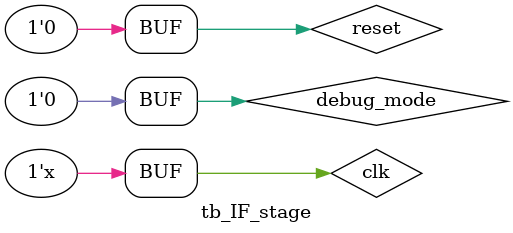
<source format=v>
`timescale 1ns / 1ps


module tb_IF_stage;

    // Testbench signals
    reg clk;
    reg reset;
    reg debug_mode;
    reg [31:0] next_pc;
    reg [31:0] instruction_in;
    wire [31:0] instr_out;
    wire [31:0] pc_out;

    // Instantiate the IF_stage module
    IF_stage uut (
        .clk(clk),
        .reset(reset),
        .debug_mode(debug_mode),
        .next_pc(next_pc),
        .instruction_in(instruction_in),
        .instr_out(instr_out),
        .pc_out(pc_out)
    );

    // Clock generation
    always #5 clk = ~clk; // 10ns period clock

    initial begin
        
        clk = 0;
        reset = 1;
        debug_mode = 0;
        next_pc = 32'd0;
        instruction_in = 32'd0;

        // Wait for a few clock cycles
        #10;
        
        // Release reset
        reset = 0;
    end

    // Apply instructions and update PC on positive edge of the clock after reset
    always @(posedge clk) begin
        if (!reset) begin
            case (next_pc)
                32'd0: begin
                    next_pc <= 32'd4;
                    instruction_in <= 32'b00000000000100001000000010000000;
                end
                32'd4: begin
                    next_pc <= 32'd8;
                    instruction_in <= 32'b00000000001100011000000110000000;
                end
                32'd8: begin
                    next_pc <= 32'd12;
                    instruction_in <= 32'b00000000001000010000000100000000;
                end
                32'd12: begin
                    next_pc <= 32'd16;
                    instruction_in <= 32'b00000000000100001001000010000000;
                end
                32'd16: begin
                    next_pc <= 32'd20;
                    instruction_in <= 32'b00000000001100011001000110000000;
                end
                32'd20: begin
                    next_pc <= 32'd24;
                    instruction_in <= 32'b00000000001000010001000100000000;
                end
                32'd24: begin
                    next_pc <= 32'd28;
                    instruction_in <= 32'b00000000000100001010000010000000;
                end
                32'd28: begin
                    next_pc <= 32'd32;
                    instruction_in <= 32'b00000000001100011010000110000000;
                end
                32'd32: begin
                    next_pc <= 32'd36;
                    instruction_in <= 32'b00000000001000010010000100000000;
                end
                default: begin
                    next_pc <= next_pc; // Maintain current value
                    instruction_in <= 32'b0; // No instruction
                end
            endcase
        end
    end

    // Monitor the outputs
    initial begin
        $monitor("Time = %0d, PC = %0h, Instruction = %0h, Instr_Out = %0h, PC_Out = %0h", 
                 $time, next_pc, instruction_in, instr_out, pc_out);
    end
endmodule


</source>
